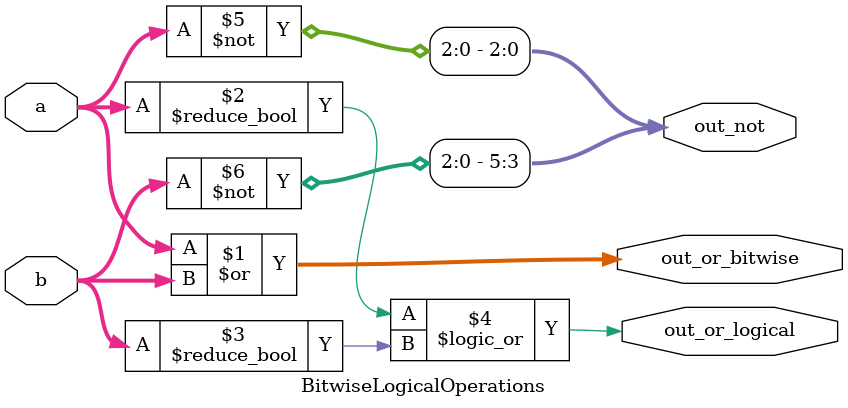
<source format=sv>
module BitwiseLogicalOperations (
    input logic [2:0] a,         // 3-bit unsigned input vector
    input logic [2:0] b,         // 3-bit unsigned input vector
    output logic [2:0] out_or_bitwise, // 3-bit unsigned output for bitwise OR
    output logic out_or_logical, // 1-bit output for logical OR
    output logic [5:0] out_not   // 6-bit unsigned output for bitwise NOT
);

    // Bitwise OR operation
    assign out_or_bitwise = a | b;

    // Logical OR operation
    assign out_or_logical = (a != 3'b000) || (b != 3'b000);

    // Bitwise NOT operation
    assign out_not = {~b, ~a};

endmodule
</source>
